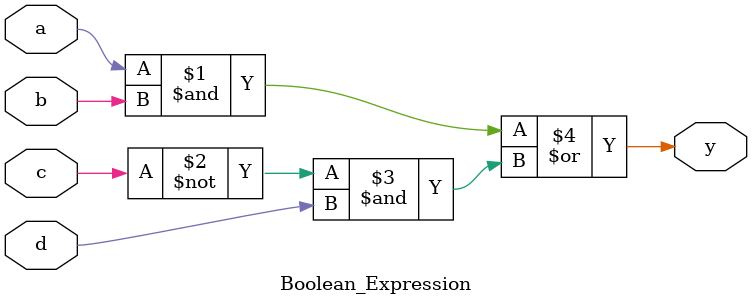
<source format=v>
`timescale 1ns / 1ps

module Boolean_Expression(
input a,b,c,d,
output y
    );
    
    assign y = (a&b)|((~c)&d);
    
endmodule
</source>
